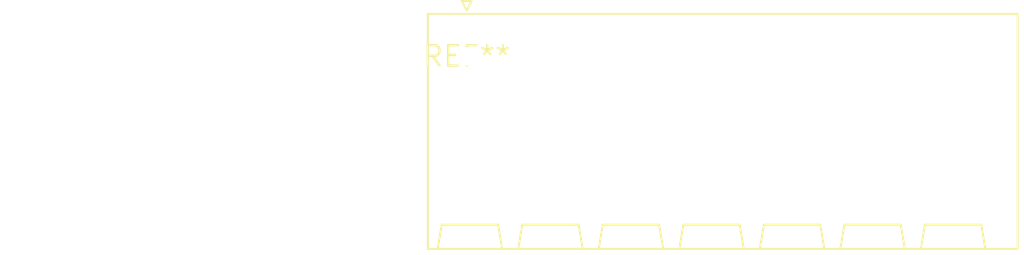
<source format=kicad_pcb>
(kicad_pcb (version 20240108) (generator pcbnew)
  (layers (0 "F.Cu" signal) (31 "B.Cu" signal) (34 "B.Paste" user) (35 "F.Paste" user) (36 "B.SilkS" user "B.Silkscreen") (37 "F.SilkS" user "F.Silkscreen") (38 "B.Mask" user) (39 "F.Mask" user) (44 "Edge.Cuts" user))
  (net 0 "")
  (footprint "PhoenixContact_SPT_2.5_7-H-5.0_1x07_P5.0mm_Horizontal" (layer "F.Cu") (at 0 0)
    (property "Reference" "REF**")
    (property "Value" "PhoenixContact_SPT_2.5_7-H-5.0_1x07_P5.0mm_Horizontal")
    (fp_line (start -2.41 -2.64) (end 34.21 -2.64) (layer "F.SilkS") (stroke (width 0.12)))
    (fp_line (start -2.41 11.98) (end -2.41 -2.64) (layer "F.SilkS") (stroke (width 0.12)))
    (fp_line (start -1.8 11.98) (end -1.55 10.48) (layer "F.SilkS") (stroke (width 0.12)))
    (fp_line (start -1.55 10.48) (end 1.95 10.48) (layer "F.SilkS") (stroke (width 0.12)))
    (fp_line (start -0.3 -3.44) (end 0 -2.84) (layer "F.SilkS") (stroke (width 0.12)))
    (fp_line (start -0.3 -3.44) (end 0.3 -3.44) (layer "F.SilkS") (stroke (width 0.12)))
    (fp_line (start 0.3 -3.44) (end 0 -2.84) (layer "F.SilkS") (stroke (width 0.12)))
    (fp_line (start 2.2 11.98) (end 1.95 10.48) (layer "F.SilkS") (stroke (width 0.12)))
    (fp_line (start 3.2 11.98) (end 3.45 10.48) (layer "F.SilkS") (stroke (width 0.12)))
    (fp_line (start 3.45 10.48) (end 6.95 10.48) (layer "F.SilkS") (stroke (width 0.12)))
    (fp_line (start 7.2 11.98) (end 6.95 10.48) (layer "F.SilkS") (stroke (width 0.12)))
    (fp_line (start 8.2 11.98) (end 8.45 10.48) (layer "F.SilkS") (stroke (width 0.12)))
    (fp_line (start 8.45 10.48) (end 11.95 10.48) (layer "F.SilkS") (stroke (width 0.12)))
    (fp_line (start 12.2 11.98) (end 11.95 10.48) (layer "F.SilkS") (stroke (width 0.12)))
    (fp_line (start 13.2 11.98) (end 13.45 10.48) (layer "F.SilkS") (stroke (width 0.12)))
    (fp_line (start 13.45 10.48) (end 16.95 10.48) (layer "F.SilkS") (stroke (width 0.12)))
    (fp_line (start 17.2 11.98) (end 16.95 10.48) (layer "F.SilkS") (stroke (width 0.12)))
    (fp_line (start 18.2 11.98) (end 18.45 10.48) (layer "F.SilkS") (stroke (width 0.12)))
    (fp_line (start 18.45 10.48) (end 21.95 10.48) (layer "F.SilkS") (stroke (width 0.12)))
    (fp_line (start 22.2 11.98) (end 21.95 10.48) (layer "F.SilkS") (stroke (width 0.12)))
    (fp_line (start 23.2 11.98) (end 23.45 10.48) (layer "F.SilkS") (stroke (width 0.12)))
    (fp_line (start 23.45 10.48) (end 26.95 10.48) (layer "F.SilkS") (stroke (width 0.12)))
    (fp_line (start 27.2 11.98) (end 26.95 10.48) (layer "F.SilkS") (stroke (width 0.12)))
    (fp_line (start 28.2 11.98) (end 28.45 10.48) (layer "F.SilkS") (stroke (width 0.12)))
    (fp_line (start 28.45 10.48) (end 31.95 10.48) (layer "F.SilkS") (stroke (width 0.12)))
    (fp_line (start 32.2 11.98) (end 31.95 10.48) (layer "F.SilkS") (stroke (width 0.12)))
    (fp_line (start 34.21 -2.64) (end 34.21 11.98) (layer "F.SilkS") (stroke (width 0.12)))
    (fp_line (start 34.21 11.98) (end -2.41 11.98) (layer "F.SilkS") (stroke (width 0.12)))
    (pad "1" thru_hole roundrect (at 0 0) (size 1.8 3.3) (drill 1.1) (layers *.Cu *.Mask) (remove_unused_layers) (roundrect_rratio 0.138889))
    (pad "1" thru_hole roundrect (at 0 8.2) (size 1.8 3.3) (drill 1.1) (layers *.Cu *.Mask) (remove_unused_layers) (roundrect_rratio 0.138889))
    (pad "2" thru_hole oval (at 5 0) (size 1.8 3.3) (drill 1.1) (layers *.Cu *.Mask) (remove_unused_layers))
    (pad "2" thru_hole oval (at 5 8.2) (size 1.8 3.3) (drill 1.1) (layers *.Cu *.Mask) (remove_unused_layers))
    (pad "3" thru_hole oval (at 10 0) (size 1.8 3.3) (drill 1.1) (layers *.Cu *.Mask) (remove_unused_layers))
    (pad "3" thru_hole oval (at 10 8.2) (size 1.8 3.3) (drill 1.1) (layers *.Cu *.Mask) (remove_unused_layers))
    (pad "4" thru_hole oval (at 15 0) (size 1.8 3.3) (drill 1.1) (layers *.Cu *.Mask) (remove_unused_layers))
    (pad "4" thru_hole oval (at 15 8.2) (size 1.8 3.3) (drill 1.1) (layers *.Cu *.Mask) (remove_unused_layers))
    (pad "5" thru_hole oval (at 20 0) (size 1.8 3.3) (drill 1.1) (layers *.Cu *.Mask) (remove_unused_layers))
    (pad "5" thru_hole oval (at 20 8.2) (size 1.8 3.3) (drill 1.1) (layers *.Cu *.Mask) (remove_unused_layers))
    (pad "6" thru_hole oval (at 25 0) (size 1.8 3.3) (drill 1.1) (layers *.Cu *.Mask) (remove_unused_layers))
    (pad "6" thru_hole oval (at 25 8.2) (size 1.8 3.3) (drill 1.1) (layers *.Cu *.Mask) (remove_unused_layers))
    (pad "7" thru_hole oval (at 30 0) (size 1.8 3.3) (drill 1.1) (layers *.Cu *.Mask) (remove_unused_layers))
    (pad "7" thru_hole oval (at 30 8.2) (size 1.8 3.3) (drill 1.1) (layers *.Cu *.Mask) (remove_unused_layers))
  )
)
</source>
